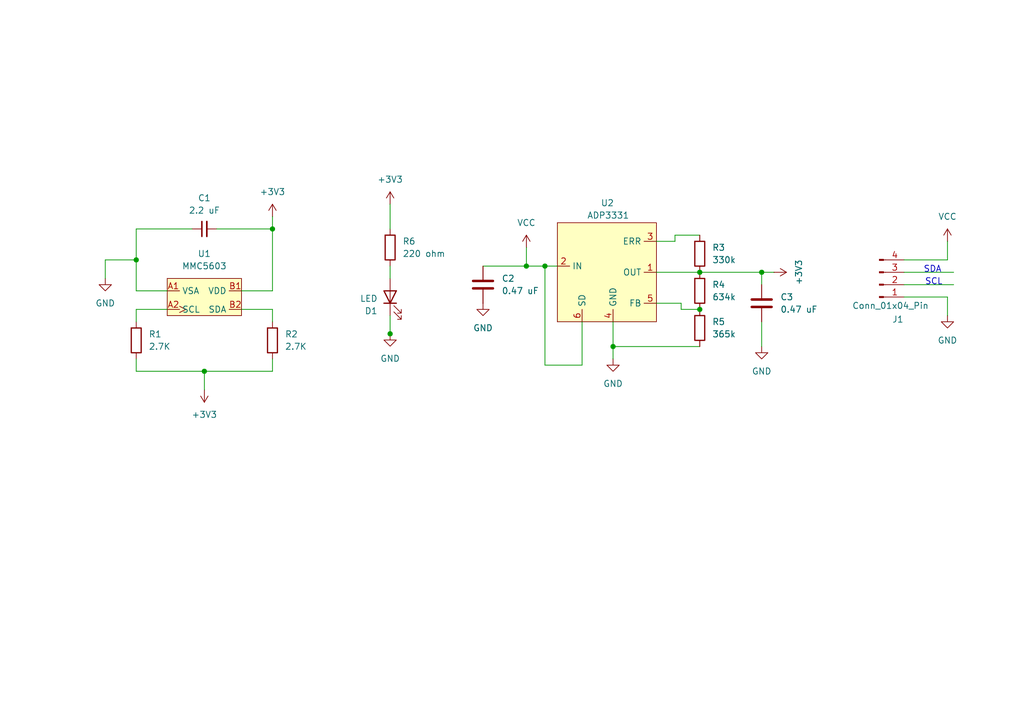
<source format=kicad_sch>
(kicad_sch (version 20250114) (generator "eeschema") (generator_version "9.0")
  (paper "A5")
  (lib_symbols
    (symbol "Connector:Conn_01x04_Pin" (pin_names (offset 1.016) (hide yes))
      (property "Reference" "J" (at 0 5.08 0))
      (property "Value" "Conn_01x04_Pin" (at 0 -7.62 0))
      (symbol "Conn_01x04_Pin_1_1"
        (rectangle (start 0.8636 2.667) (end 0 2.413) (stroke (width 0.1524)) (fill (type outline)))
        (rectangle (start 0.8636 0.127) (end 0 -0.127) (stroke (width 0.1524)) (fill (type outline)))
        (rectangle (start 0.8636 -2.413) (end 0 -2.667) (stroke (width 0.1524)) (fill (type outline)))
        (rectangle (start 0.8636 -4.953) (end 0 -5.207) (stroke (width 0.1524)) (fill (type outline)))
        (polyline (pts (xy 1.27 2.54) (xy 0.8636 2.54)) (stroke (width 0.1524)))
        (polyline (pts (xy 1.27 0) (xy 0.8636 0)) (stroke (width 0.1524)))
        (polyline (pts (xy 1.27 -2.54) (xy 0.8636 -2.54)) (stroke (width 0.1524)))
        (polyline (pts (xy 1.27 -5.08) (xy 0.8636 -5.08)) (stroke (width 0.1524)))
        (pin passive line (at 5.08 2.54 180) (length 3.81) (name "Pin_1") (number "1"))
        (pin passive line (at 5.08 0 180) (length 3.81) (name "Pin_2") (number "2"))
        (pin passive line (at 5.08 -2.54 180) (length 3.81) (name "Pin_3") (number "3"))
        (pin passive line (at 5.08 -5.08 180) (length 3.81) (name "Pin_4") (number "4"))
      )
    )
    (symbol "Device:C" (pin_numbers (hide yes)) (pin_names (offset 0.254))
      (property "Reference" "C" (at 0.635 2.54 0))
      (property "Value" "C" (at 0.635 -2.54 0))
      (symbol "C_0_1"
        (polyline (pts (xy -2.032 0.762) (xy 2.032 0.762)) (stroke (width 0.508)))
        (polyline (pts (xy -2.032 -0.762) (xy 2.032 -0.762)) (stroke (width 0.508)))
      )
      (symbol "C_1_1"
        (pin passive line (at 0 3.81 270) (length 2.794) (name "~") (number "1"))
        (pin passive line (at 0 -3.81 90) (length 2.794) (name "~") (number "2"))
      )
    )
    (symbol "Device:C_Small" (pin_numbers (hide yes)) (pin_names (offset 0.254) (hide yes))
      (property "Reference" "C" (at 0.254 1.778 0))
      (property "Value" "C_Small" (at 0.254 -2.032 0))
      (symbol "C_Small_0_1"
        (polyline (pts (xy -1.524 0.508) (xy 1.524 0.508)) (stroke (width 0.3048)))
        (polyline (pts (xy -1.524 -0.508) (xy 1.524 -0.508)) (stroke (width 0.3302)))
      )
      (symbol "C_Small_1_1"
        (pin passive line (at 0 2.54 270) (length 2.032) (name "~") (number "1"))
        (pin passive line (at 0 -2.54 90) (length 2.032) (name "~") (number "2"))
      )
    )
    (symbol "Device:LED" (pin_numbers (hide yes)) (pin_names (offset 1.016) (hide yes))
      (property "Reference" "D" (at 0 2.54 0))
      (property "Value" "LED" (at 0 -2.54 0))
      (symbol "LED_0_1"
        (polyline (pts (xy -3.048 -0.762) (xy -4.572 -2.286) (xy -3.81 -2.286) (xy -4.572 -2.286) (xy -4.572 -1.524)))
        (polyline (pts (xy -1.778 -0.762) (xy -3.302 -2.286) (xy -2.54 -2.286) (xy -3.302 -2.286) (xy -3.302 -1.524)))
        (polyline (pts (xy -1.27 0) (xy 1.27 0)))
        (polyline (pts (xy -1.27 -1.27) (xy -1.27 1.27)) (stroke (width 0.254)))
        (polyline (pts (xy 1.27 -1.27) (xy 1.27 1.27) (xy -1.27 0) (xy 1.27 -1.27)) (stroke (width 0.254)))
      )
      (symbol "LED_1_1"
        (pin passive line (at -3.81 0 0) (length 2.54) (name "K") (number "1"))
        (pin passive line (at 3.81 0 180) (length 2.54) (name "A") (number "2"))
      )
    )
    (symbol "Device:R" (pin_numbers (hide yes)) (pin_names (offset 0))
      (property "Reference" "R" (at 2.032 0 90))
      (property "Value" "R" (at 0 0 90))
      (symbol "R_0_1"
        (rectangle (start -1.016 -2.54) (end 1.016 2.54) (stroke (width 0.254)))
      )
      (symbol "R_1_1"
        (pin passive line (at 0 3.81 270) (length 1.27) (name "~") (number "1"))
        (pin passive line (at 0 -3.81 90) (length 1.27) (name "~") (number "2"))
      )
    )
    (symbol "Personal:ADP3331"
      (property "Reference" "U" (at 0 0 0))
      (symbol "ADP3331_1_1"
        (rectangle (start 0 20.32) (end 20.32 0) (fill (type background)))
        (pin input line (at 0 11.43 0) (length 2.54) (name "IN") (number "2"))
        (pin input line (at 5.08 0 90) (length 2.54) (name "SD") (number "6"))
        (pin power_in line (at 11.43 0 90) (length 2.54) (name "GND") (number "4"))
        (pin output line (at 20.32 16.51 180) (length 2.54) (name "ERR") (number "3"))
        (pin output line (at 20.32 10.16 180) (length 2.54) (name "OUT") (number "1"))
        (pin input line (at 20.32 3.81 180) (length 2.54) (name "FB") (number "5"))
      )
    )
    (symbol "Personal:MMC5603"
      (property "Reference" "U" (at 0 0 0))
      (symbol "MMC5603_1_1"
        (rectangle (start 0 7.62) (end 15.24 0) (fill (type background)))
        (pin power_in line (at 0 5.08 0) (length 2.54) (name "VSA") (number "A1"))
        (pin input clock (at 0 1.27 0) (length 2.54) (name "SCL") (number "A2"))
        (pin power_in line (at 15.24 5.08 180) (length 2.54) (name "VDD") (number "B1"))
        (pin bidirectional line (at 15.24 1.27 180) (length 2.54) (name "SDA") (number "B2"))
      )
    )
    (symbol "power:+3V3" (power) (pin_numbers (hide yes)) (pin_names (offset 0) (hide yes))
      (property "Value" "+3V3" (at 0 3.556 0))
      (symbol "+3V3_0_1"
        (polyline (pts (xy -0.762 1.27) (xy 0 2.54)))
        (polyline (pts (xy 0 2.54) (xy 0.762 1.27)))
        (polyline (pts (xy 0 0) (xy 0 2.54)))
      )
      (symbol "+3V3_1_1"
        (pin power_in line (at 0 0 90) (length 0) (name "~") (number "1"))
      )
    )
    (symbol "power:GND" (power) (pin_numbers (hide yes)) (pin_names (offset 0) (hide yes))
      (property "Value" "GND" (at 0 -3.81 0))
      (symbol "GND_0_1"
        (polyline (pts (xy 0 0) (xy 0 -1.27) (xy 1.27 -1.27) (xy 0 -2.54) (xy -1.27 -1.27) (xy 0 -1.27)))
      )
      (symbol "GND_1_1"
        (pin power_in line (at 0 0 270) (length 0) (name "~") (number "1"))
      )
    )
    (symbol "power:VCC" (power) (pin_numbers (hide yes)) (pin_names (offset 0) (hide yes))
      (property "Value" "VCC" (at 0 3.556 0))
      (symbol "VCC_0_1"
        (polyline (pts (xy -0.762 1.27) (xy 0 2.54)))
        (polyline (pts (xy 0 2.54) (xy 0.762 1.27)))
        (polyline (pts (xy 0 0) (xy 0 2.54)))
      )
      (symbol "VCC_1_1"
        (pin power_in line (at 0 0 90) (length 0) (name "~") (number "1"))
      )
    )
  )
  (text "SDA" (at 191.262 55.372 0) (effects (font (size 1.27 1.27))))
  (text "SCL" (at 191.516 57.912 0) (effects (font (size 1.27 1.27))))
  (junction (at 107.95 54.61))
  (junction (at 27.94 53.34))
  (junction (at 143.51 63.5))
  (junction (at 156.21 55.88))
  (junction (at 125.73 71.12))
  (junction (at 41.91 76.2))
  (junction (at 80.01 68.5061))
  (junction (at 111.76 54.61))
  (junction (at 55.88 46.99))
  (junction (at 143.51 55.88))
  (wire (pts (xy 125.73 71.12) (xy 143.51 71.12)))
  (wire (pts (xy 27.94 53.34) (xy 27.94 59.69)))
  (wire (pts (xy 143.51 55.88) (xy 156.21 55.88)))
  (wire (pts (xy 21.59 53.34) (xy 21.59 57.15)))
  (wire (pts (xy 119.38 66.04) (xy 119.38 74.93)))
  (wire (pts (xy 125.73 66.04) (xy 125.73 71.12)))
  (wire (pts (xy 27.94 63.5) (xy 27.94 66.04)))
  (wire (pts (xy 27.94 59.69) (xy 34.29 59.69)))
  (wire (pts (xy 55.88 59.69) (xy 49.53 59.69)))
  (wire (pts (xy 80.01 41.91) (xy 80.01 46.99)))
  (wire (pts (xy 41.91 76.2) (xy 55.88 76.2)))
  (wire (pts (xy 139.7 62.23) (xy 139.7 63.5)))
  (wire (pts (xy 27.94 53.34) (xy 21.59 53.34)))
  (wire (pts (xy 156.21 55.88) (xy 158.75 55.88)))
  (wire (pts (xy 139.7 63.5) (xy 143.51 63.5)))
  (wire (pts (xy 49.53 63.5) (xy 55.88 63.5)))
  (wire (pts (xy 111.76 74.93) (xy 111.76 54.61)))
  (wire (pts (xy 134.62 62.23) (xy 139.7 62.23)))
  (wire (pts (xy 55.88 63.5) (xy 55.88 66.04)))
  (wire (pts (xy 80.01 64.77) (xy 80.01 68.5061)))
  (wire (pts (xy 185.42 58.42) (xy 195.58 58.42)))
  (wire (pts (xy 138.43 49.53) (xy 138.43 48.26)))
  (wire (pts (xy 107.95 50.8) (xy 107.95 54.61)))
  (wire (pts (xy 55.88 76.2) (xy 55.88 73.66)))
  (wire (pts (xy 80.01 68.5061) (xy 80.01 68.58)))
  (wire (pts (xy 41.91 76.2) (xy 41.91 80.01)))
  (wire (pts (xy 134.62 55.88) (xy 143.51 55.88)))
  (wire (pts (xy 27.94 46.99) (xy 27.94 53.34)))
  (wire (pts (xy 44.45 46.99) (xy 55.88 46.99)))
  (wire (pts (xy 156.21 66.04) (xy 156.21 71.12)))
  (wire (pts (xy 80.01 54.61) (xy 80.01 57.15)))
  (wire (pts (xy 194.31 49.53) (xy 194.31 53.34)))
  (wire (pts (xy 34.29 63.5) (xy 27.94 63.5)))
  (wire (pts (xy 185.42 60.96) (xy 194.31 60.96)))
  (wire (pts (xy 27.94 76.2) (xy 41.91 76.2)))
  (wire (pts (xy 111.76 54.61) (xy 114.3 54.61)))
  (wire (pts (xy 55.88 44.45) (xy 55.88 46.99)))
  (wire (pts (xy 185.42 55.88) (xy 195.58 55.88)))
  (wire (pts (xy 185.42 53.34) (xy 194.31 53.34)))
  (wire (pts (xy 194.31 60.96) (xy 194.31 64.77)))
  (wire (pts (xy 138.43 48.26) (xy 143.51 48.26)))
  (wire (pts (xy 156.21 55.88) (xy 156.21 58.42)))
  (wire (pts (xy 107.95 54.61) (xy 111.76 54.61)))
  (wire (pts (xy 99.06 54.61) (xy 107.95 54.61)))
  (wire (pts (xy 55.88 46.99) (xy 55.88 59.69)))
  (wire (pts (xy 134.62 49.53) (xy 138.43 49.53)))
  (wire (pts (xy 39.37 46.99) (xy 27.94 46.99)))
  (wire (pts (xy 119.38 74.93) (xy 111.76 74.93)))
  (wire (pts (xy 125.73 71.12) (xy 125.73 73.66)))
  (wire (pts (xy 27.94 73.66) (xy 27.94 76.2)))
  (symbol (lib_id "power:GND") (at 156.21 71.12 0) (unit 1)
    (property "Reference" "#PWR010" (effects (hide yes)))
    (property "Value" "GND" (at 156.21 76.2 0))
    (property "Description" "Power symbol creates a global label with name \"GND\" , ground" (effects (hide yes)))
  )
  (symbol (lib_id "power:VCC") (at 194.31 49.53 0) (unit 1)
    (property "Reference" "#PWR01" (effects (hide yes)))
    (property "Value" "VCC" (at 194.31 44.45 0))
    (property "Description" "Power symbol creates a global label with name \"VCC\"" (effects (hide yes)))
  )
  (symbol (lib_id "Device:R") (at 143.51 59.69 0) (unit 1)
    (property "Reference" "R4" (at 146.05 58.4199 0) (effects (justify left)))
    (property "Value" "634k" (at 146.05 60.9599 0) (effects (justify left)))
    (property "Footprint" "Resistor_SMD:R_0603_1608Metric_Pad0.98x0.95mm_HandSolder" (effects (hide yes)))
    (property "Description" "Resistor" (effects (hide yes)))
  )
  (symbol (lib_id "power:GND") (at 194.31 64.77 0) (unit 1)
    (property "Reference" "#PWR02" (effects (hide yes)))
    (property "Value" "GND" (at 194.31 69.85 0))
    (property "Description" "Power symbol creates a global label with name \"GND\" , ground" (effects (hide yes)))
  )
  (symbol (lib_id "Device:R") (at 143.51 67.31 0) (unit 1)
    (property "Reference" "R5" (at 146.05 66.0399 0) (effects (justify left)))
    (property "Value" "365k" (at 146.05 68.5799 0) (effects (justify left)))
    (property "Footprint" "Resistor_SMD:R_0603_1608Metric_Pad0.98x0.95mm_HandSolder" (effects (hide yes)))
    (property "Description" "Resistor" (effects (hide yes)))
  )
  (symbol (lib_id "power:VCC") (at 107.95 50.8 0) (unit 1)
    (property "Reference" "#PWR05" (effects (hide yes)))
    (property "Value" "VCC" (at 107.95 45.72 0))
    (property "Description" "Power symbol creates a global label with name \"VCC\"" (effects (hide yes)))
  )
  (symbol (lib_id "Connector:Conn_01x04_Pin") (at 180.34 58.42 0) (mirror x) (unit 1)
    (property "Reference" "J1" (at 184.15 65.532 0))
    (property "Value" "Conn_01x04_Pin" (at 182.626 62.738 0))
    (property "Footprint" "Connector_PinSocket_2.54mm:PinSocket_1x04_P2.54mm_Vertical" (effects (hide yes)))
    (property "Description" "Generic connector, single row, 01x04, script generated" (effects (hide yes)))
  )
  (symbol (lib_id "Device:R") (at 143.51 52.07 0) (unit 1)
    (property "Reference" "R3" (at 146.05 50.7999 0) (effects (justify left)))
    (property "Value" "330k" (at 146.05 53.3399 0) (effects (justify left)))
    (property "Footprint" "Resistor_SMD:R_0603_1608Metric_Pad0.98x0.95mm_HandSolder" (effects (hide yes)))
    (property "Description" "Resistor" (effects (hide yes)))
  )
  (symbol (lib_id "Device:R") (at 27.94 69.85 180) (unit 1)
    (property "Reference" "R1" (at 30.48 68.5799 0) (effects (justify right)))
    (property "Value" "2.7K" (at 30.48 71.1199 0) (effects (justify right)))
    (property "Footprint" "Resistor_SMD:R_0603_1608Metric_Pad0.98x0.95mm_HandSolder" (effects (hide yes)))
    (property "Description" "Resistor" (effects (hide yes)))
  )
  (symbol (lib_id "power:+3V3") (at 41.91 80.01 0) (mirror x) (unit 1)
    (property "Reference" "#PWR06" (effects (hide yes)))
    (property "Value" "+3V3" (at 41.91 85.09 0))
    (property "Description" "Power symbol creates a global label with name \"+3V3\"" (effects (hide yes)))
  )
  (symbol (lib_id "power:GND") (at 21.59 57.15 0) (unit 1)
    (property "Reference" "#PWR04" (effects (hide yes)))
    (property "Value" "GND" (at 21.59 62.23 0))
    (property "Description" "Power symbol creates a global label with name \"GND\" , ground" (effects (hide yes)))
  )
  (symbol (lib_id "Device:LED") (at 80.01 60.96 90) (unit 1)
    (property "Reference" "D1" (at 77.47 63.8176 90) (effects (justify left)))
    (property "Value" "LED" (at 77.47 61.2776 90) (effects (justify left)))
    (property "Footprint" "LED_SMD:LED_0603_1608Metric_Pad1.05x0.95mm_HandSolder" (effects (hide yes)))
    (property "Description" "Light emitting diode" (effects (hide yes)))
    (property "Sim.Pins" "1=K 2=A" (effects (hide yes)))
  )
  (symbol (lib_id "Device:C") (at 99.06 58.42 0) (unit 1)
    (property "Reference" "C2" (at 102.87 57.1499 0) (effects (justify left)))
    (property "Value" "0.47 uF" (at 102.87 59.6899 0) (effects (justify left)))
    (property "Footprint" "Capacitor_SMD:C_0603_1608Metric_Pad1.08x0.95mm_HandSolder" (effects (hide yes)))
    (property "Description" "Unpolarized capacitor" (effects (hide yes)))
  )
  (symbol (lib_id "power:GND") (at 80.01 68.5061 0) (unit 1)
    (property "Reference" "#PWR012" (effects (hide yes)))
    (property "Value" "GND" (at 80.01 73.5861 0))
    (property "Description" "Power symbol creates a global label with name \"GND\" , ground" (effects (hide yes)))
  )
  (symbol (lib_id "power:GND") (at 125.73 73.66 0) (unit 1)
    (property "Reference" "#PWR08" (effects (hide yes)))
    (property "Value" "GND" (at 125.73 78.74 0))
    (property "Description" "Power symbol creates a global label with name \"GND\" , ground" (effects (hide yes)))
  )
  (symbol (lib_id "power:GND") (at 99.06 62.23 0) (unit 1)
    (property "Reference" "#PWR07" (effects (hide yes)))
    (property "Value" "GND" (at 99.06 67.31 0))
    (property "Description" "Power symbol creates a global label with name \"GND\" , ground" (effects (hide yes)))
  )
  (symbol (lib_id "power:+3V3") (at 55.88 44.45 0) (unit 1)
    (property "Reference" "#PWR03" (effects (hide yes)))
    (property "Value" "+3V3" (at 55.88 39.37 0))
    (property "Description" "Power symbol creates a global label with name \"+3V3\"" (effects (hide yes)))
  )
  (symbol (lib_id "Personal:MMC5603") (at 34.29 64.77 0) (unit 1)
    (property "Reference" "U1" (at 41.91 52.07 0))
    (property "Value" "MMC5603" (at 41.91 54.61 0))
    (property "Footprint" "MMC5603NJ:XDCR_MMC5603NJ" (effects (hide yes)))
  )
  (symbol (lib_id "power:+3V3") (at 80.01 41.91 0) (unit 1)
    (property "Reference" "#PWR011" (effects (hide yes)))
    (property "Value" "+3V3" (at 80.01 36.83 0))
    (property "Description" "Power symbol creates a global label with name \"+3V3\"" (effects (hide yes)))
  )
  (symbol (lib_id "power:+3V3") (at 158.75 55.88 270) (mirror x) (unit 1)
    (property "Reference" "#PWR09" (effects (hide yes)))
    (property "Value" "+3V3" (at 163.83 55.88 0))
    (property "Description" "Power symbol creates a global label with name \"+3V3\"" (effects (hide yes)))
  )
  (symbol (lib_id "Device:C") (at 156.21 62.23 0) (unit 1)
    (property "Reference" "C3" (at 160.02 60.9599 0) (effects (justify left)))
    (property "Value" "0.47 uF" (at 160.02 63.4999 0) (effects (justify left)))
    (property "Footprint" "Capacitor_SMD:C_0603_1608Metric_Pad1.08x0.95mm_HandSolder" (effects (hide yes)))
    (property "Description" "Unpolarized capacitor" (effects (hide yes)))
  )
  (symbol (lib_id "Device:C_Small") (at 41.91 46.99 90) (unit 1)
    (property "Reference" "C1" (at 41.9163 40.64 90))
    (property "Value" "2.2 uF" (at 41.9163 43.18 90))
    (property "Footprint" "Capacitor_SMD:C_0603_1608Metric_Pad1.08x0.95mm_HandSolder" (effects (hide yes)))
    (property "Description" "Unpolarized capacitor, small symbol" (effects (hide yes)))
  )
  (symbol (lib_id "Device:R") (at 55.88 69.85 0) (unit 1)
    (property "Reference" "R2" (at 58.42 68.5799 0) (effects (justify left)))
    (property "Value" "2.7K" (at 58.42 71.1199 0) (effects (justify left)))
    (property "Footprint" "Resistor_SMD:R_0603_1608Metric_Pad0.98x0.95mm_HandSolder" (effects (hide yes)))
    (property "Description" "Resistor" (effects (hide yes)))
  )
  (symbol (lib_id "Personal:ADP3331") (at 114.3 66.04 0) (unit 1)
    (property "Reference" "U2" (at 123.19 41.656 0) (effects (justify left)))
    (property "Value" "ADP3331" (at 120.396 44.196 0) (effects (justify left)))
    (property "Footprint" "Package_TO_SOT_SMD:SOT-23-6_Handsoldering" (effects (hide yes)))
  )
  (symbol (lib_id "Device:R") (at 80.01 50.8 0) (unit 1)
    (property "Reference" "R6" (at 82.55 49.5299 0) (effects (justify left)))
    (property "Value" "220 ohm" (at 82.55 52.0699 0) (effects (justify left)))
    (property "Footprint" "Resistor_SMD:R_0603_1608Metric_Pad0.98x0.95mm_HandSolder" (effects (hide yes)))
    (property "Description" "Resistor" (effects (hide yes)))
  )
)
</source>
